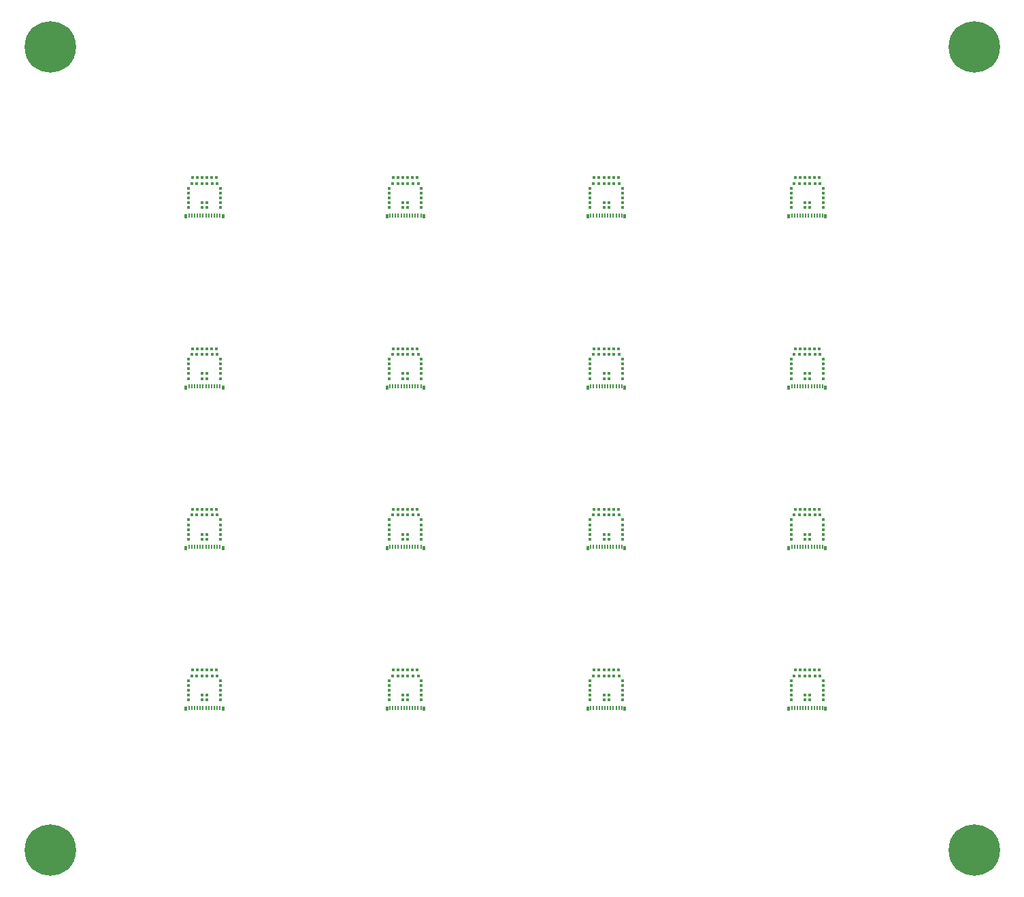
<source format=gbr>
%TF.GenerationSoftware,KiCad,Pcbnew,(6.0.0)*%
%TF.CreationDate,2022-03-28T07:48:23-07:00*%
%TF.ProjectId,pupdrive-eib24_panel,70757064-7269-4766-952d-65696232345f,A*%
%TF.SameCoordinates,Original*%
%TF.FileFunction,Soldermask,Bot*%
%TF.FilePolarity,Negative*%
%FSLAX46Y46*%
G04 Gerber Fmt 4.6, Leading zero omitted, Abs format (unit mm)*
G04 Created by KiCad (PCBNEW (6.0.0)) date 2022-03-28 07:48:23*
%MOMM*%
%LPD*%
G01*
G04 APERTURE LIST*
G04 Aperture macros list*
%AMRoundRect*
0 Rectangle with rounded corners*
0 $1 Rounding radius*
0 $2 $3 $4 $5 $6 $7 $8 $9 X,Y pos of 4 corners*
0 Add a 4 corners polygon primitive as box body*
4,1,4,$2,$3,$4,$5,$6,$7,$8,$9,$2,$3,0*
0 Add four circle primitives for the rounded corners*
1,1,$1+$1,$2,$3*
1,1,$1+$1,$4,$5*
1,1,$1+$1,$6,$7*
1,1,$1+$1,$8,$9*
0 Add four rect primitives between the rounded corners*
20,1,$1+$1,$2,$3,$4,$5,0*
20,1,$1+$1,$4,$5,$6,$7,0*
20,1,$1+$1,$6,$7,$8,$9,0*
20,1,$1+$1,$8,$9,$2,$3,0*%
G04 Aperture macros list end*
%ADD10C,0.420000*%
%ADD11C,6.400000*%
%ADD12RoundRect,0.008000X-0.072000X-0.212000X0.072000X-0.212000X0.072000X0.212000X-0.072000X0.212000X0*%
%ADD13RoundRect,0.010500X-0.094500X-0.229500X0.094500X-0.229500X0.094500X0.229500X-0.094500X0.229500X0*%
G04 APERTURE END LIST*
D10*
%TO.C,TP19*%
X143757107Y-79007107D03*
%TD*%
%TO.C,TP7*%
X170607107Y-98307107D03*
%TD*%
%TO.C,TP6*%
X121307107Y-79007107D03*
%TD*%
%TO.C,TP26*%
X117707107Y-102007107D03*
%TD*%
%TO.C,TP2*%
X121707107Y-100807107D03*
%TD*%
%TO.C,TP16*%
X119407107Y-101407107D03*
%TD*%
%TO.C,TP20*%
X117707107Y-80207107D03*
%TD*%
%TO.C,TP9*%
X95657107Y-79007107D03*
%TD*%
%TO.C,TP7*%
X170607107Y-118307107D03*
%TD*%
%TO.C,TP18*%
X92707107Y-58307107D03*
%TD*%
%TO.C,TP16*%
X94407107Y-81407107D03*
%TD*%
%TO.C,TP9*%
X170657107Y-99007107D03*
%TD*%
%TO.C,TP3*%
X146707107Y-120207107D03*
%TD*%
%TO.C,TP15*%
X119407107Y-57707107D03*
%TD*%
%TO.C,TP7*%
X95607107Y-118307107D03*
%TD*%
%TO.C,TP26*%
X92707107Y-122007107D03*
%TD*%
%TO.C,TP19*%
X168757107Y-79007107D03*
%TD*%
%TO.C,TP15*%
X94407107Y-119007107D03*
%TD*%
%TO.C,TP1*%
X146707107Y-81407107D03*
%TD*%
%TO.C,TP8*%
X96707107Y-119607107D03*
%TD*%
%TO.C,TP9*%
X120657107Y-79007107D03*
%TD*%
%TO.C,TP24*%
X92707107Y-121407107D03*
%TD*%
%TO.C,TP2*%
X171707107Y-120807107D03*
%TD*%
%TO.C,TP4*%
X121707107Y-102007107D03*
%TD*%
%TO.C,TP20*%
X167707107Y-120207107D03*
%TD*%
%TO.C,TP22*%
X117707107Y-80807107D03*
%TD*%
%TO.C,TP4*%
X146707107Y-60707107D03*
%TD*%
%TO.C,TP3*%
X146707107Y-100207107D03*
%TD*%
%TO.C,TP4*%
X146707107Y-122007107D03*
%TD*%
%TO.C,TP18*%
X92707107Y-79607107D03*
%TD*%
%TO.C,TP26*%
X167707107Y-82007107D03*
%TD*%
%TO.C,TP9*%
X145657107Y-99007107D03*
%TD*%
%TO.C,TP2*%
X171707107Y-59507107D03*
%TD*%
%TO.C,TP14*%
X144407107Y-60707107D03*
%TD*%
%TO.C,TP1*%
X121707107Y-60107107D03*
%TD*%
%TO.C,TP13*%
X120007107Y-119007107D03*
%TD*%
D11*
%TO.C,REF\u002A\u002A*%
X75500000Y-140700000D03*
%TD*%
D10*
%TO.C,TP21*%
X143807107Y-57007107D03*
%TD*%
%TO.C,TP15*%
X94407107Y-99007107D03*
%TD*%
%TO.C,TP1*%
X171707107Y-60107107D03*
%TD*%
D11*
%TO.C,REF\u002A\u002A*%
X75500000Y-40700000D03*
%TD*%
D10*
%TO.C,TP12*%
X145007107Y-82007107D03*
%TD*%
%TO.C,TP5*%
X121207107Y-118307107D03*
%TD*%
%TO.C,TP18*%
X117707107Y-58307107D03*
%TD*%
%TO.C,TP10*%
X120007107Y-60107107D03*
%TD*%
%TO.C,TP7*%
X170607107Y-78307107D03*
%TD*%
%TO.C,TP22*%
X92707107Y-100807107D03*
%TD*%
%TO.C,TP19*%
X93757107Y-99007107D03*
%TD*%
%TO.C,TP8*%
X96707107Y-79607107D03*
%TD*%
%TO.C,TP5*%
X146207107Y-57007107D03*
%TD*%
%TO.C,TP19*%
X93757107Y-57707107D03*
%TD*%
%TO.C,TP12*%
X120007107Y-122007107D03*
%TD*%
%TO.C,TP21*%
X143807107Y-98307107D03*
%TD*%
%TO.C,TP1*%
X96707107Y-121407107D03*
%TD*%
%TO.C,TP16*%
X119407107Y-60107107D03*
%TD*%
%TO.C,TP10*%
X145007107Y-101407107D03*
%TD*%
%TO.C,TP1*%
X146707107Y-121407107D03*
%TD*%
%TO.C,TP15*%
X94407107Y-57707107D03*
%TD*%
%TO.C,TP1*%
X121707107Y-101407107D03*
%TD*%
%TO.C,TP9*%
X120657107Y-119007107D03*
%TD*%
%TO.C,TP5*%
X96207107Y-118307107D03*
%TD*%
%TO.C,TP15*%
X144407107Y-99007107D03*
%TD*%
%TO.C,TP5*%
X146207107Y-98307107D03*
%TD*%
%TO.C,TP13*%
X170007107Y-119007107D03*
%TD*%
%TO.C,TP24*%
X167707107Y-101407107D03*
%TD*%
%TO.C,TP20*%
X167707107Y-80207107D03*
%TD*%
%TO.C,TP6*%
X171307107Y-79007107D03*
%TD*%
%TO.C,TP9*%
X170657107Y-57707107D03*
%TD*%
%TO.C,TP24*%
X142707107Y-101407107D03*
%TD*%
%TO.C,TP16*%
X169407107Y-81407107D03*
%TD*%
%TO.C,TP4*%
X171707107Y-122007107D03*
%TD*%
%TO.C,TP3*%
X171707107Y-120207107D03*
%TD*%
%TO.C,TP26*%
X167707107Y-122007107D03*
%TD*%
%TO.C,TP13*%
X95007107Y-119007107D03*
%TD*%
%TO.C,TP23*%
X143107107Y-99007107D03*
%TD*%
%TO.C,TP14*%
X119407107Y-122007107D03*
%TD*%
%TO.C,TP20*%
X92707107Y-58907107D03*
%TD*%
%TO.C,TP12*%
X95007107Y-122007107D03*
%TD*%
%TO.C,TP21*%
X168807107Y-98307107D03*
%TD*%
%TO.C,TP12*%
X95007107Y-60707107D03*
%TD*%
%TO.C,TP4*%
X171707107Y-102007107D03*
%TD*%
%TO.C,TP21*%
X118807107Y-98307107D03*
%TD*%
%TO.C,TP1*%
X96707107Y-60107107D03*
%TD*%
%TO.C,TP8*%
X146707107Y-58307107D03*
%TD*%
%TO.C,TP19*%
X118757107Y-79007107D03*
%TD*%
%TO.C,TP13*%
X145007107Y-119007107D03*
%TD*%
%TO.C,TP20*%
X92707107Y-80207107D03*
%TD*%
%TO.C,TP17*%
X144407107Y-98307107D03*
%TD*%
%TO.C,TP1*%
X146707107Y-60107107D03*
%TD*%
%TO.C,TP13*%
X145007107Y-79007107D03*
%TD*%
%TO.C,TP19*%
X143757107Y-99007107D03*
%TD*%
%TO.C,TP24*%
X167707107Y-121407107D03*
%TD*%
%TO.C,TP12*%
X120007107Y-82007107D03*
%TD*%
%TO.C,TP3*%
X171707107Y-80207107D03*
%TD*%
%TO.C,TP7*%
X120607107Y-78307107D03*
%TD*%
%TO.C,TP8*%
X121707107Y-79607107D03*
%TD*%
%TO.C,TP3*%
X96707107Y-120207107D03*
%TD*%
%TO.C,TP12*%
X120007107Y-102007107D03*
%TD*%
%TO.C,TP18*%
X142707107Y-99607107D03*
%TD*%
%TO.C,TP7*%
X145607107Y-118307107D03*
%TD*%
%TO.C,TP18*%
X117707107Y-119607107D03*
%TD*%
%TO.C,TP25*%
X168207107Y-57007107D03*
%TD*%
%TO.C,TP24*%
X117707107Y-81407107D03*
%TD*%
%TO.C,TP23*%
X143107107Y-57707107D03*
%TD*%
%TO.C,TP2*%
X96707107Y-80807107D03*
%TD*%
%TO.C,TP23*%
X93107107Y-57707107D03*
%TD*%
%TO.C,TP17*%
X144407107Y-118307107D03*
%TD*%
%TO.C,TP4*%
X96707107Y-82007107D03*
%TD*%
%TO.C,TP4*%
X171707107Y-82007107D03*
%TD*%
%TO.C,TP1*%
X121707107Y-121407107D03*
%TD*%
%TO.C,TP4*%
X96707107Y-102007107D03*
%TD*%
%TO.C,TP18*%
X167707107Y-58307107D03*
%TD*%
%TO.C,TP4*%
X171707107Y-60707107D03*
%TD*%
%TO.C,TP20*%
X92707107Y-100207107D03*
%TD*%
%TO.C,TP5*%
X96207107Y-98307107D03*
%TD*%
%TO.C,TP4*%
X96707107Y-122007107D03*
%TD*%
%TO.C,TP7*%
X120607107Y-98307107D03*
%TD*%
%TO.C,TP13*%
X95007107Y-79007107D03*
%TD*%
%TO.C,TP6*%
X96307107Y-79007107D03*
%TD*%
%TO.C,TP16*%
X169407107Y-121407107D03*
%TD*%
%TO.C,TP7*%
X120607107Y-57007107D03*
%TD*%
%TO.C,TP14*%
X169407107Y-82007107D03*
%TD*%
%TO.C,TP22*%
X92707107Y-80807107D03*
%TD*%
%TO.C,TP3*%
X121707107Y-120207107D03*
%TD*%
%TO.C,TP23*%
X168107107Y-119007107D03*
%TD*%
%TO.C,TP6*%
X121307107Y-119007107D03*
%TD*%
%TO.C,TP13*%
X145007107Y-99007107D03*
%TD*%
%TO.C,TP22*%
X92707107Y-59507107D03*
%TD*%
%TO.C,TP25*%
X118207107Y-78307107D03*
%TD*%
%TO.C,TP16*%
X169407107Y-101407107D03*
%TD*%
%TO.C,TP8*%
X146707107Y-79607107D03*
%TD*%
%TO.C,TP17*%
X169407107Y-98307107D03*
%TD*%
%TO.C,TP17*%
X169407107Y-57007107D03*
%TD*%
%TO.C,TP4*%
X96707107Y-60707107D03*
%TD*%
%TO.C,TP17*%
X94407107Y-98307107D03*
%TD*%
%TO.C,TP11*%
X145007107Y-98307107D03*
%TD*%
%TO.C,TP5*%
X96207107Y-57007107D03*
%TD*%
%TO.C,TP14*%
X119407107Y-102007107D03*
%TD*%
%TO.C,TP26*%
X142707107Y-102007107D03*
%TD*%
%TO.C,TP24*%
X117707107Y-60107107D03*
%TD*%
%TO.C,TP21*%
X168807107Y-78307107D03*
%TD*%
%TO.C,TP19*%
X118757107Y-57707107D03*
%TD*%
%TO.C,TP6*%
X96307107Y-119007107D03*
%TD*%
%TO.C,TP21*%
X118807107Y-78307107D03*
%TD*%
%TO.C,TP17*%
X144407107Y-78307107D03*
%TD*%
%TO.C,TP18*%
X167707107Y-99607107D03*
%TD*%
%TO.C,TP8*%
X121707107Y-58307107D03*
%TD*%
%TO.C,TP8*%
X171707107Y-99607107D03*
%TD*%
%TO.C,TP2*%
X146707107Y-59507107D03*
%TD*%
%TO.C,TP18*%
X142707107Y-58307107D03*
%TD*%
%TO.C,TP4*%
X146707107Y-102007107D03*
%TD*%
%TO.C,TP1*%
X171707107Y-101407107D03*
%TD*%
%TO.C,TP6*%
X121307107Y-57707107D03*
%TD*%
%TO.C,TP14*%
X94407107Y-60707107D03*
%TD*%
%TO.C,TP13*%
X120007107Y-79007107D03*
%TD*%
%TO.C,TP11*%
X120007107Y-78307107D03*
%TD*%
%TO.C,TP2*%
X146707107Y-120807107D03*
%TD*%
%TO.C,TP22*%
X167707107Y-100807107D03*
%TD*%
%TO.C,TP8*%
X171707107Y-79607107D03*
%TD*%
%TO.C,TP7*%
X145607107Y-78307107D03*
%TD*%
%TO.C,TP3*%
X121707107Y-58907107D03*
%TD*%
%TO.C,TP20*%
X142707107Y-100207107D03*
%TD*%
%TO.C,TP2*%
X146707107Y-100807107D03*
%TD*%
%TO.C,TP2*%
X121707107Y-120807107D03*
%TD*%
%TO.C,TP4*%
X121707107Y-82007107D03*
%TD*%
%TO.C,TP8*%
X121707107Y-119607107D03*
%TD*%
%TO.C,TP24*%
X167707107Y-60107107D03*
%TD*%
%TO.C,TP11*%
X95007107Y-118307107D03*
%TD*%
%TO.C,TP2*%
X121707107Y-59507107D03*
%TD*%
%TO.C,TP10*%
X95007107Y-101407107D03*
%TD*%
%TO.C,TP15*%
X169407107Y-99007107D03*
%TD*%
%TO.C,TP9*%
X95657107Y-99007107D03*
%TD*%
%TO.C,TP9*%
X145657107Y-119007107D03*
%TD*%
%TO.C,TP10*%
X170007107Y-81407107D03*
%TD*%
%TO.C,TP13*%
X145007107Y-57707107D03*
%TD*%
%TO.C,TP14*%
X94407107Y-82007107D03*
%TD*%
%TO.C,TP6*%
X96307107Y-99007107D03*
%TD*%
%TO.C,TP16*%
X94407107Y-121407107D03*
%TD*%
%TO.C,TP1*%
X121707107Y-81407107D03*
%TD*%
%TO.C,TP3*%
X121707107Y-100207107D03*
%TD*%
%TO.C,TP8*%
X96707107Y-99607107D03*
%TD*%
%TO.C,TP21*%
X143807107Y-118307107D03*
%TD*%
%TO.C,TP3*%
X121707107Y-80207107D03*
%TD*%
%TO.C,TP9*%
X95657107Y-119007107D03*
%TD*%
%TO.C,TP7*%
X170607107Y-57007107D03*
%TD*%
%TO.C,TP11*%
X145007107Y-78307107D03*
%TD*%
%TO.C,TP21*%
X168807107Y-118307107D03*
%TD*%
%TO.C,TP24*%
X117707107Y-101407107D03*
%TD*%
%TO.C,TP11*%
X170007107Y-57007107D03*
%TD*%
%TO.C,TP22*%
X92707107Y-120807107D03*
%TD*%
%TO.C,TP22*%
X142707107Y-59507107D03*
%TD*%
%TO.C,TP12*%
X170007107Y-102007107D03*
%TD*%
%TO.C,TP16*%
X94407107Y-60107107D03*
%TD*%
%TO.C,TP3*%
X96707107Y-58907107D03*
%TD*%
%TO.C,TP14*%
X119407107Y-60707107D03*
%TD*%
%TO.C,TP11*%
X170007107Y-98307107D03*
%TD*%
%TO.C,TP8*%
X121707107Y-99607107D03*
%TD*%
%TO.C,TP2*%
X146707107Y-80807107D03*
%TD*%
%TO.C,TP18*%
X142707107Y-119607107D03*
%TD*%
%TO.C,TP20*%
X117707107Y-58907107D03*
%TD*%
%TO.C,TP5*%
X121207107Y-57007107D03*
%TD*%
%TO.C,TP23*%
X93107107Y-119007107D03*
%TD*%
%TO.C,TP14*%
X169407107Y-60707107D03*
%TD*%
%TO.C,TP16*%
X169407107Y-60107107D03*
%TD*%
%TO.C,TP18*%
X117707107Y-99607107D03*
%TD*%
%TO.C,TP8*%
X171707107Y-58307107D03*
%TD*%
%TO.C,TP22*%
X142707107Y-100807107D03*
%TD*%
%TO.C,TP12*%
X170007107Y-60707107D03*
%TD*%
%TO.C,TP25*%
X168207107Y-118307107D03*
%TD*%
%TO.C,TP10*%
X120007107Y-101407107D03*
%TD*%
%TO.C,TP9*%
X145657107Y-57707107D03*
%TD*%
%TO.C,TP3*%
X171707107Y-58907107D03*
%TD*%
%TO.C,TP18*%
X92707107Y-119607107D03*
%TD*%
%TO.C,TP25*%
X118207107Y-98307107D03*
%TD*%
%TO.C,TP18*%
X92707107Y-99607107D03*
%TD*%
%TO.C,TP24*%
X142707107Y-81407107D03*
%TD*%
%TO.C,TP14*%
X144407107Y-82007107D03*
%TD*%
%TO.C,TP15*%
X169407107Y-57707107D03*
%TD*%
%TO.C,TP26*%
X92707107Y-60707107D03*
%TD*%
%TO.C,TP11*%
X145007107Y-118307107D03*
%TD*%
%TO.C,TP10*%
X145007107Y-121407107D03*
%TD*%
%TO.C,TP26*%
X167707107Y-102007107D03*
%TD*%
%TO.C,TP4*%
X121707107Y-60707107D03*
%TD*%
%TO.C,TP16*%
X119407107Y-121407107D03*
%TD*%
%TO.C,TP16*%
X144407107Y-121407107D03*
%TD*%
%TO.C,TP10*%
X95007107Y-60107107D03*
%TD*%
%TO.C,TP22*%
X117707107Y-100807107D03*
%TD*%
%TO.C,TP9*%
X95657107Y-57707107D03*
%TD*%
%TO.C,TP23*%
X118107107Y-57707107D03*
%TD*%
%TO.C,TP25*%
X143207107Y-57007107D03*
%TD*%
%TO.C,TP5*%
X121207107Y-78307107D03*
%TD*%
%TO.C,TP17*%
X119407107Y-98307107D03*
%TD*%
%TO.C,TP26*%
X117707107Y-60707107D03*
%TD*%
%TO.C,TP25*%
X118207107Y-57007107D03*
%TD*%
%TO.C,TP12*%
X145007107Y-60707107D03*
%TD*%
%TO.C,TP13*%
X170007107Y-57707107D03*
%TD*%
%TO.C,TP14*%
X169407107Y-122007107D03*
%TD*%
%TO.C,TP23*%
X118107107Y-99007107D03*
%TD*%
%TO.C,TP6*%
X146307107Y-79007107D03*
%TD*%
%TO.C,TP26*%
X117707107Y-82007107D03*
%TD*%
%TO.C,TP14*%
X119407107Y-82007107D03*
%TD*%
%TO.C,TP16*%
X119407107Y-81407107D03*
%TD*%
%TO.C,TP1*%
X171707107Y-121407107D03*
%TD*%
%TO.C,TP17*%
X169407107Y-78307107D03*
%TD*%
%TO.C,TP1*%
X96707107Y-81407107D03*
%TD*%
%TO.C,TP23*%
X168107107Y-79007107D03*
%TD*%
%TO.C,TP19*%
X143757107Y-57707107D03*
%TD*%
%TO.C,TP10*%
X170007107Y-101407107D03*
%TD*%
%TO.C,TP13*%
X170007107Y-99007107D03*
%TD*%
%TO.C,TP5*%
X171207107Y-57007107D03*
%TD*%
%TO.C,TP19*%
X118757107Y-119007107D03*
%TD*%
%TO.C,TP22*%
X117707107Y-120807107D03*
%TD*%
%TO.C,TP10*%
X170007107Y-121407107D03*
%TD*%
%TO.C,TP21*%
X93807107Y-98307107D03*
%TD*%
%TO.C,TP22*%
X167707107Y-120807107D03*
%TD*%
%TO.C,TP13*%
X95007107Y-57707107D03*
%TD*%
%TO.C,TP11*%
X145007107Y-57007107D03*
%TD*%
%TO.C,TP12*%
X120007107Y-60707107D03*
%TD*%
%TO.C,TP7*%
X95607107Y-78307107D03*
%TD*%
%TO.C,TP26*%
X117707107Y-122007107D03*
%TD*%
%TO.C,TP5*%
X121207107Y-98307107D03*
%TD*%
%TO.C,TP23*%
X93107107Y-99007107D03*
%TD*%
%TO.C,TP6*%
X121307107Y-99007107D03*
%TD*%
%TO.C,TP7*%
X145607107Y-98307107D03*
%TD*%
%TO.C,TP23*%
X118107107Y-79007107D03*
%TD*%
%TO.C,TP15*%
X144407107Y-119007107D03*
%TD*%
%TO.C,TP17*%
X119407107Y-57007107D03*
%TD*%
%TO.C,TP17*%
X94407107Y-118307107D03*
%TD*%
%TO.C,TP21*%
X143807107Y-78307107D03*
%TD*%
%TO.C,TP1*%
X171707107Y-81407107D03*
%TD*%
%TO.C,TP17*%
X119407107Y-78307107D03*
%TD*%
%TO.C,TP8*%
X171707107Y-119607107D03*
%TD*%
%TO.C,TP24*%
X92707107Y-60107107D03*
%TD*%
%TO.C,TP13*%
X170007107Y-79007107D03*
%TD*%
%TO.C,TP10*%
X95007107Y-121407107D03*
%TD*%
%TO.C,TP5*%
X96207107Y-78307107D03*
%TD*%
%TO.C,TP21*%
X93807107Y-78307107D03*
%TD*%
%TO.C,TP9*%
X170657107Y-79007107D03*
%TD*%
%TO.C,TP15*%
X144407107Y-79007107D03*
%TD*%
%TO.C,TP21*%
X93807107Y-57007107D03*
%TD*%
%TO.C,TP12*%
X95007107Y-102007107D03*
%TD*%
%TO.C,TP14*%
X94407107Y-122007107D03*
%TD*%
%TO.C,TP3*%
X96707107Y-100207107D03*
%TD*%
%TO.C,TP6*%
X146307107Y-119007107D03*
%TD*%
%TO.C,TP6*%
X96307107Y-57707107D03*
%TD*%
%TO.C,TP2*%
X96707107Y-59507107D03*
%TD*%
%TO.C,TP19*%
X168757107Y-99007107D03*
%TD*%
%TO.C,TP5*%
X171207107Y-118307107D03*
%TD*%
%TO.C,TP5*%
X171207107Y-98307107D03*
%TD*%
%TO.C,TP12*%
X145007107Y-122007107D03*
%TD*%
%TO.C,TP15*%
X169407107Y-119007107D03*
%TD*%
%TO.C,TP10*%
X120007107Y-121407107D03*
%TD*%
%TO.C,TP6*%
X146307107Y-57707107D03*
%TD*%
%TO.C,TP7*%
X145607107Y-57007107D03*
%TD*%
%TO.C,TP5*%
X171207107Y-78307107D03*
%TD*%
%TO.C,TP25*%
X93207107Y-118307107D03*
%TD*%
%TO.C,TP16*%
X144407107Y-101407107D03*
%TD*%
%TO.C,TP10*%
X145007107Y-81407107D03*
%TD*%
%TO.C,TP17*%
X169407107Y-118307107D03*
%TD*%
%TO.C,TP7*%
X95607107Y-98307107D03*
%TD*%
%TO.C,TP15*%
X169407107Y-79007107D03*
%TD*%
%TO.C,TP15*%
X144407107Y-57707107D03*
%TD*%
%TO.C,TP11*%
X170007107Y-118307107D03*
%TD*%
%TO.C,TP2*%
X171707107Y-80807107D03*
%TD*%
%TO.C,TP3*%
X146707107Y-58907107D03*
%TD*%
%TO.C,TP26*%
X92707107Y-102007107D03*
%TD*%
%TO.C,TP25*%
X168207107Y-78307107D03*
%TD*%
%TO.C,TP8*%
X146707107Y-99607107D03*
%TD*%
%TO.C,TP12*%
X170007107Y-82007107D03*
%TD*%
%TO.C,TP11*%
X120007107Y-98307107D03*
%TD*%
D11*
%TO.C,REF\u002A\u002A*%
X190500000Y-40700000D03*
%TD*%
D10*
%TO.C,TP20*%
X142707107Y-58907107D03*
%TD*%
%TO.C,TP9*%
X170657107Y-119007107D03*
%TD*%
%TO.C,TP14*%
X144407107Y-102007107D03*
%TD*%
%TO.C,TP13*%
X120007107Y-57707107D03*
%TD*%
%TO.C,TP11*%
X95007107Y-57007107D03*
%TD*%
%TO.C,TP25*%
X93207107Y-78307107D03*
%TD*%
%TO.C,TP14*%
X169407107Y-102007107D03*
%TD*%
%TO.C,TP6*%
X146307107Y-99007107D03*
%TD*%
%TO.C,TP7*%
X95607107Y-57007107D03*
%TD*%
%TO.C,TP21*%
X118807107Y-118307107D03*
%TD*%
%TO.C,TP2*%
X171707107Y-100807107D03*
%TD*%
%TO.C,TP26*%
X142707107Y-82007107D03*
%TD*%
%TO.C,TP1*%
X146707107Y-101407107D03*
%TD*%
%TO.C,TP18*%
X117707107Y-79607107D03*
%TD*%
%TO.C,TP25*%
X143207107Y-118307107D03*
%TD*%
%TO.C,TP23*%
X168107107Y-57707107D03*
%TD*%
%TO.C,TP18*%
X167707107Y-119607107D03*
%TD*%
%TO.C,TP17*%
X94407107Y-78307107D03*
%TD*%
%TO.C,TP23*%
X143107107Y-119007107D03*
%TD*%
%TO.C,TP20*%
X142707107Y-120207107D03*
%TD*%
%TO.C,TP18*%
X167707107Y-79607107D03*
%TD*%
%TO.C,TP26*%
X92707107Y-82007107D03*
%TD*%
%TO.C,TP17*%
X94407107Y-57007107D03*
%TD*%
%TO.C,TP19*%
X168757107Y-119007107D03*
%TD*%
%TO.C,TP14*%
X144407107Y-122007107D03*
%TD*%
%TO.C,TP16*%
X94407107Y-101407107D03*
%TD*%
%TO.C,TP15*%
X119407107Y-79007107D03*
%TD*%
%TO.C,TP13*%
X95007107Y-99007107D03*
%TD*%
%TO.C,TP10*%
X170007107Y-60107107D03*
%TD*%
%TO.C,TP6*%
X171307107Y-99007107D03*
%TD*%
%TO.C,TP2*%
X96707107Y-100807107D03*
%TD*%
%TO.C,TP17*%
X144407107Y-57007107D03*
%TD*%
%TO.C,TP24*%
X92707107Y-101407107D03*
%TD*%
%TO.C,TP19*%
X168757107Y-57707107D03*
%TD*%
%TO.C,TP26*%
X142707107Y-122007107D03*
%TD*%
%TO.C,TP12*%
X95007107Y-82007107D03*
%TD*%
%TO.C,TP3*%
X96707107Y-80207107D03*
%TD*%
%TO.C,TP19*%
X93757107Y-119007107D03*
%TD*%
%TO.C,TP25*%
X168207107Y-98307107D03*
%TD*%
%TO.C,TP2*%
X96707107Y-120807107D03*
%TD*%
%TO.C,TP8*%
X96707107Y-58307107D03*
%TD*%
%TO.C,TP11*%
X120007107Y-118307107D03*
%TD*%
%TO.C,TP25*%
X143207107Y-98307107D03*
%TD*%
%TO.C,TP9*%
X120657107Y-57707107D03*
%TD*%
%TO.C,TP7*%
X120607107Y-118307107D03*
%TD*%
%TO.C,TP13*%
X120007107Y-99007107D03*
%TD*%
%TO.C,TP11*%
X120007107Y-57007107D03*
%TD*%
%TO.C,TP23*%
X118107107Y-119007107D03*
%TD*%
%TO.C,TP25*%
X118207107Y-118307107D03*
%TD*%
%TO.C,TP15*%
X119407107Y-119007107D03*
%TD*%
%TO.C,TP20*%
X92707107Y-120207107D03*
%TD*%
%TO.C,TP24*%
X142707107Y-60107107D03*
%TD*%
%TO.C,TP19*%
X118757107Y-99007107D03*
%TD*%
%TO.C,TP15*%
X119407107Y-99007107D03*
%TD*%
%TO.C,TP19*%
X93757107Y-79007107D03*
%TD*%
%TO.C,TP10*%
X145007107Y-60107107D03*
%TD*%
%TO.C,TP5*%
X146207107Y-78307107D03*
%TD*%
%TO.C,TP18*%
X142707107Y-79607107D03*
%TD*%
%TO.C,TP8*%
X146707107Y-119607107D03*
%TD*%
%TO.C,TP22*%
X142707107Y-120807107D03*
%TD*%
%TO.C,TP4*%
X146707107Y-82007107D03*
%TD*%
%TO.C,TP22*%
X167707107Y-59507107D03*
%TD*%
%TO.C,TP20*%
X167707107Y-58907107D03*
%TD*%
%TO.C,TP20*%
X167707107Y-100207107D03*
%TD*%
%TO.C,TP11*%
X170007107Y-78307107D03*
%TD*%
%TO.C,TP5*%
X146207107Y-118307107D03*
%TD*%
%TO.C,TP24*%
X142707107Y-121407107D03*
%TD*%
%TO.C,TP9*%
X145657107Y-79007107D03*
%TD*%
%TO.C,TP19*%
X143757107Y-119007107D03*
%TD*%
%TO.C,TP21*%
X118807107Y-57007107D03*
%TD*%
%TO.C,TP16*%
X144407107Y-81407107D03*
%TD*%
%TO.C,TP23*%
X93107107Y-79007107D03*
%TD*%
%TO.C,TP12*%
X170007107Y-122007107D03*
%TD*%
%TO.C,TP10*%
X120007107Y-81407107D03*
%TD*%
%TO.C,TP12*%
X145007107Y-102007107D03*
%TD*%
%TO.C,TP11*%
X95007107Y-98307107D03*
%TD*%
%TO.C,TP24*%
X117707107Y-121407107D03*
%TD*%
%TO.C,TP6*%
X171307107Y-57707107D03*
%TD*%
%TO.C,TP25*%
X143207107Y-78307107D03*
%TD*%
%TO.C,TP22*%
X142707107Y-80807107D03*
%TD*%
%TO.C,TP21*%
X168807107Y-57007107D03*
%TD*%
%TO.C,TP20*%
X117707107Y-120207107D03*
%TD*%
%TO.C,TP15*%
X94407107Y-79007107D03*
%TD*%
%TO.C,TP16*%
X144407107Y-60107107D03*
%TD*%
%TO.C,TP23*%
X143107107Y-79007107D03*
%TD*%
%TO.C,TP22*%
X117707107Y-59507107D03*
%TD*%
%TO.C,TP14*%
X94407107Y-102007107D03*
%TD*%
%TO.C,TP10*%
X95007107Y-81407107D03*
%TD*%
%TO.C,TP23*%
X168107107Y-99007107D03*
%TD*%
%TO.C,TP25*%
X93207107Y-57007107D03*
%TD*%
%TO.C,TP1*%
X96707107Y-101407107D03*
%TD*%
%TO.C,TP26*%
X167707107Y-60707107D03*
%TD*%
%TO.C,TP21*%
X93807107Y-118307107D03*
%TD*%
%TO.C,TP2*%
X121707107Y-80807107D03*
%TD*%
%TO.C,TP25*%
X93207107Y-98307107D03*
%TD*%
%TO.C,TP3*%
X146707107Y-80207107D03*
%TD*%
%TO.C,TP6*%
X171307107Y-119007107D03*
%TD*%
%TO.C,TP20*%
X142707107Y-80207107D03*
%TD*%
%TO.C,TP24*%
X167707107Y-81407107D03*
%TD*%
%TO.C,TP22*%
X167707107Y-80807107D03*
%TD*%
%TO.C,TP3*%
X171707107Y-100207107D03*
%TD*%
%TO.C,TP9*%
X120657107Y-99007107D03*
%TD*%
D11*
%TO.C,REF\u002A\u002A*%
X190500000Y-140700000D03*
%TD*%
D10*
%TO.C,TP24*%
X92707107Y-81407107D03*
%TD*%
%TO.C,TP17*%
X119407107Y-118307107D03*
%TD*%
%TO.C,TP11*%
X95007107Y-78307107D03*
%TD*%
%TO.C,TP26*%
X142707107Y-60707107D03*
%TD*%
%TO.C,TP20*%
X117707107Y-100207107D03*
%TD*%
%TO.C,TP4*%
X121707107Y-122007107D03*
%TD*%
D12*
%TO.C,J2*%
X92782107Y-82997107D03*
X93132107Y-82997107D03*
X93482107Y-82997107D03*
X93832107Y-82997107D03*
X94182107Y-82997107D03*
X94532107Y-82997107D03*
X94882107Y-82997107D03*
X95232107Y-82997107D03*
X95582107Y-82997107D03*
X95932107Y-82997107D03*
X96282107Y-82997107D03*
X96632107Y-82997107D03*
D13*
X92407107Y-83142107D03*
X97007107Y-83142107D03*
%TD*%
D12*
%TO.C,J2*%
X167782107Y-61697107D03*
X168132107Y-61697107D03*
X168482107Y-61697107D03*
X168832107Y-61697107D03*
X169182107Y-61697107D03*
X169532107Y-61697107D03*
X169882107Y-61697107D03*
X170232107Y-61697107D03*
X170582107Y-61697107D03*
X170932107Y-61697107D03*
X171282107Y-61697107D03*
X171632107Y-61697107D03*
D13*
X167407107Y-61842107D03*
X172007107Y-61842107D03*
%TD*%
D12*
%TO.C,J2*%
X117782107Y-61697107D03*
X118132107Y-61697107D03*
X118482107Y-61697107D03*
X118832107Y-61697107D03*
X119182107Y-61697107D03*
X119532107Y-61697107D03*
X119882107Y-61697107D03*
X120232107Y-61697107D03*
X120582107Y-61697107D03*
X120932107Y-61697107D03*
X121282107Y-61697107D03*
X121632107Y-61697107D03*
D13*
X117407107Y-61842107D03*
X122007107Y-61842107D03*
%TD*%
D12*
%TO.C,J2*%
X142782107Y-102997107D03*
X143132107Y-102997107D03*
X143482107Y-102997107D03*
X143832107Y-102997107D03*
X144182107Y-102997107D03*
X144532107Y-102997107D03*
X144882107Y-102997107D03*
X145232107Y-102997107D03*
X145582107Y-102997107D03*
X145932107Y-102997107D03*
X146282107Y-102997107D03*
X146632107Y-102997107D03*
D13*
X142407107Y-103142107D03*
X147007107Y-103142107D03*
%TD*%
D12*
%TO.C,J2*%
X142782107Y-122997107D03*
X143132107Y-122997107D03*
X143482107Y-122997107D03*
X143832107Y-122997107D03*
X144182107Y-122997107D03*
X144532107Y-122997107D03*
X144882107Y-122997107D03*
X145232107Y-122997107D03*
X145582107Y-122997107D03*
X145932107Y-122997107D03*
X146282107Y-122997107D03*
X146632107Y-122997107D03*
D13*
X142407107Y-123142107D03*
X147007107Y-123142107D03*
%TD*%
D12*
%TO.C,J2*%
X92782107Y-61697107D03*
X93132107Y-61697107D03*
X93482107Y-61697107D03*
X93832107Y-61697107D03*
X94182107Y-61697107D03*
X94532107Y-61697107D03*
X94882107Y-61697107D03*
X95232107Y-61697107D03*
X95582107Y-61697107D03*
X95932107Y-61697107D03*
X96282107Y-61697107D03*
X96632107Y-61697107D03*
D13*
X92407107Y-61842107D03*
X97007107Y-61842107D03*
%TD*%
D12*
%TO.C,J2*%
X167782107Y-82997107D03*
X168132107Y-82997107D03*
X168482107Y-82997107D03*
X168832107Y-82997107D03*
X169182107Y-82997107D03*
X169532107Y-82997107D03*
X169882107Y-82997107D03*
X170232107Y-82997107D03*
X170582107Y-82997107D03*
X170932107Y-82997107D03*
X171282107Y-82997107D03*
X171632107Y-82997107D03*
D13*
X167407107Y-83142107D03*
X172007107Y-83142107D03*
%TD*%
D12*
%TO.C,J2*%
X167782107Y-122997107D03*
X168132107Y-122997107D03*
X168482107Y-122997107D03*
X168832107Y-122997107D03*
X169182107Y-122997107D03*
X169532107Y-122997107D03*
X169882107Y-122997107D03*
X170232107Y-122997107D03*
X170582107Y-122997107D03*
X170932107Y-122997107D03*
X171282107Y-122997107D03*
X171632107Y-122997107D03*
D13*
X167407107Y-123142107D03*
X172007107Y-123142107D03*
%TD*%
D12*
%TO.C,J2*%
X167782107Y-102997107D03*
X168132107Y-102997107D03*
X168482107Y-102997107D03*
X168832107Y-102997107D03*
X169182107Y-102997107D03*
X169532107Y-102997107D03*
X169882107Y-102997107D03*
X170232107Y-102997107D03*
X170582107Y-102997107D03*
X170932107Y-102997107D03*
X171282107Y-102997107D03*
X171632107Y-102997107D03*
D13*
X167407107Y-103142107D03*
X172007107Y-103142107D03*
%TD*%
D12*
%TO.C,J2*%
X117782107Y-122997107D03*
X118132107Y-122997107D03*
X118482107Y-122997107D03*
X118832107Y-122997107D03*
X119182107Y-122997107D03*
X119532107Y-122997107D03*
X119882107Y-122997107D03*
X120232107Y-122997107D03*
X120582107Y-122997107D03*
X120932107Y-122997107D03*
X121282107Y-122997107D03*
X121632107Y-122997107D03*
D13*
X117407107Y-123142107D03*
X122007107Y-123142107D03*
%TD*%
D12*
%TO.C,J2*%
X142782107Y-61697107D03*
X143132107Y-61697107D03*
X143482107Y-61697107D03*
X143832107Y-61697107D03*
X144182107Y-61697107D03*
X144532107Y-61697107D03*
X144882107Y-61697107D03*
X145232107Y-61697107D03*
X145582107Y-61697107D03*
X145932107Y-61697107D03*
X146282107Y-61697107D03*
X146632107Y-61697107D03*
D13*
X142407107Y-61842107D03*
X147007107Y-61842107D03*
%TD*%
D12*
%TO.C,J2*%
X92782107Y-102997107D03*
X93132107Y-102997107D03*
X93482107Y-102997107D03*
X93832107Y-102997107D03*
X94182107Y-102997107D03*
X94532107Y-102997107D03*
X94882107Y-102997107D03*
X95232107Y-102997107D03*
X95582107Y-102997107D03*
X95932107Y-102997107D03*
X96282107Y-102997107D03*
X96632107Y-102997107D03*
D13*
X92407107Y-103142107D03*
X97007107Y-103142107D03*
%TD*%
D12*
%TO.C,J2*%
X142782107Y-82997107D03*
X143132107Y-82997107D03*
X143482107Y-82997107D03*
X143832107Y-82997107D03*
X144182107Y-82997107D03*
X144532107Y-82997107D03*
X144882107Y-82997107D03*
X145232107Y-82997107D03*
X145582107Y-82997107D03*
X145932107Y-82997107D03*
X146282107Y-82997107D03*
X146632107Y-82997107D03*
D13*
X142407107Y-83142107D03*
X147007107Y-83142107D03*
%TD*%
D12*
%TO.C,J2*%
X92782107Y-122997107D03*
X93132107Y-122997107D03*
X93482107Y-122997107D03*
X93832107Y-122997107D03*
X94182107Y-122997107D03*
X94532107Y-122997107D03*
X94882107Y-122997107D03*
X95232107Y-122997107D03*
X95582107Y-122997107D03*
X95932107Y-122997107D03*
X96282107Y-122997107D03*
X96632107Y-122997107D03*
D13*
X92407107Y-123142107D03*
X97007107Y-123142107D03*
%TD*%
D12*
%TO.C,J2*%
X117782107Y-82997107D03*
X118132107Y-82997107D03*
X118482107Y-82997107D03*
X118832107Y-82997107D03*
X119182107Y-82997107D03*
X119532107Y-82997107D03*
X119882107Y-82997107D03*
X120232107Y-82997107D03*
X120582107Y-82997107D03*
X120932107Y-82997107D03*
X121282107Y-82997107D03*
X121632107Y-82997107D03*
D13*
X117407107Y-83142107D03*
X122007107Y-83142107D03*
%TD*%
D12*
%TO.C,J2*%
X117782107Y-102997107D03*
X118132107Y-102997107D03*
X118482107Y-102997107D03*
X118832107Y-102997107D03*
X119182107Y-102997107D03*
X119532107Y-102997107D03*
X119882107Y-102997107D03*
X120232107Y-102997107D03*
X120582107Y-102997107D03*
X120932107Y-102997107D03*
X121282107Y-102997107D03*
X121632107Y-102997107D03*
D13*
X117407107Y-103142107D03*
X122007107Y-103142107D03*
%TD*%
M02*

</source>
